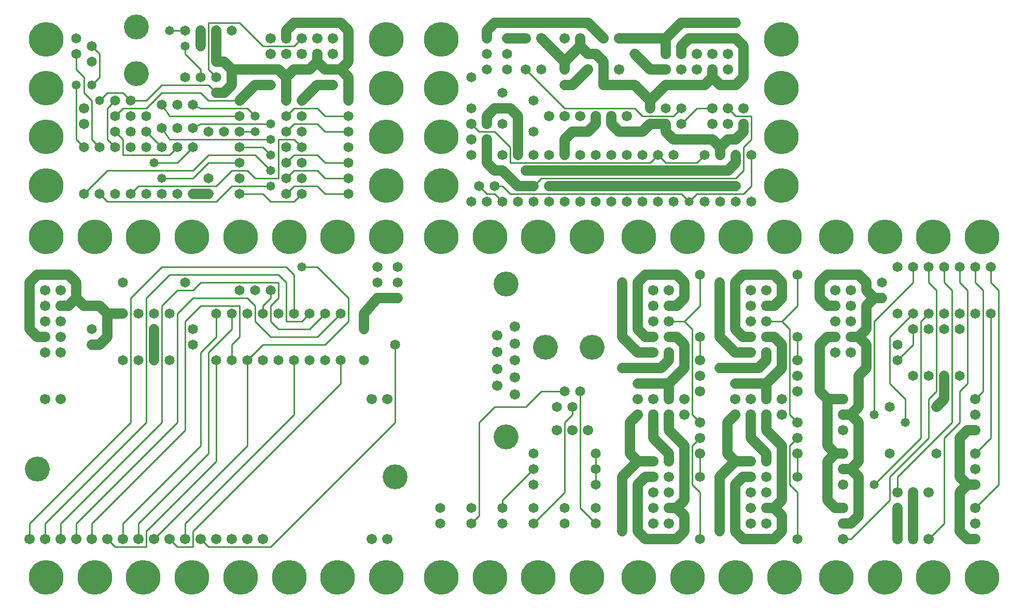
<source format=gtl>
%MOIN*%
%FSLAX25Y25*%
G04 D10 used for Character Trace; *
G04     Circle (OD=.01000) (No hole)*
G04 D11 used for Power Trace; *
G04     Circle (OD=.06500) (No hole)*
G04 D12 used for Signal Trace; *
G04     Circle (OD=.01100) (No hole)*
G04 D13 used for Via; *
G04     Circle (OD=.05800) (Round. Hole ID=.02800)*
G04 D14 used for Component hole; *
G04     Circle (OD=.06500) (Round. Hole ID=.03500)*
G04 D15 used for Component hole; *
G04     Circle (OD=.06700) (Round. Hole ID=.04300)*
G04 D16 used for Component hole; *
G04     Circle (OD=.08100) (Round. Hole ID=.05100)*
G04 D17 used for Component hole; *
G04     Circle (OD=.08900) (Round. Hole ID=.05900)*
G04 D18 used for Component hole; *
G04     Circle (OD=.11300) (Round. Hole ID=.08300)*
G04 D19 used for Component hole; *
G04     Circle (OD=.16000) (Round. Hole ID=.13000)*
G04 D20 used for Component hole; *
G04     Circle (OD=.18300) (Round. Hole ID=.15300)*
G04 D21 used for Component hole; *
G04     Circle (OD=.22291) (Round. Hole ID=.19291)*
%ADD10C,.01000*%
%ADD11C,.06500*%
%ADD12C,.01100*%
%ADD13C,.05800*%
%ADD14C,.06500*%
%ADD15C,.06700*%
%ADD16C,.08100*%
%ADD17C,.08900*%
%ADD18C,.11300*%
%ADD19C,.16000*%
%ADD20C,.18300*%
%ADD21C,.22291*%
%IPPOS*%
%LPD*%
G90*X0Y0D02*D21*X15625Y15625D03*D15*              
X35000Y40000D03*D12*Y50000D01*X100000Y115000D01*  
Y185000D01*X110000Y195000D01*X145000D01*          
X150000Y190000D01*Y180000D01*X160000Y170000D01*   
X190000D01*X205000Y185000D01*D14*D03*D12*         
X195000Y165000D02*X210000Y180000D01*              
X155000Y165000D02*X195000D01*X145000Y155000D02*   
X155000Y165000D01*D14*X145000Y155000D03*D12*      
Y100000D01*X85000Y40000D01*D15*D03*D12*           
X80000Y35000D02*Y45000D01*X60000Y35000D02*        
X80000D01*X60000D02*X55000Y40000D01*D15*D03*D12*  
X65000D02*Y50000D01*D15*Y40000D03*D12*X75000D02*  
Y50000D01*D15*Y40000D03*D12*X80000Y45000D02*      
X125000Y90000D01*Y155000D01*D14*D03*D12*          
X120000Y95000D02*Y160000D01*X75000Y50000D02*      
X120000Y95000D01*X65000Y50000D02*                 
X115000Y100000D01*Y160000D01*X125000Y170000D01*   
Y185000D01*D14*D03*D12*X120000Y160000D02*         
X135000Y175000D01*D14*X110000Y165000D03*D12*      
X135000Y175000D02*Y185000D01*D14*D03*D12*         
X140000Y170000D02*Y190000D01*X135000Y165000D02*   
X140000Y170000D01*X135000Y155000D02*Y165000D01*   
D14*Y155000D03*X155000D03*D12*X165000Y175000D02*  
X160000Y180000D01*X165000Y175000D02*X185000D01*   
X195000Y185000D01*D14*D03*X185000D03*D12*         
X180000Y180000D01*X170000D01*Y205000D01*          
X165000Y210000D01*X95000D01*X80000Y195000D01*     
Y115000D01*X15000Y50000D01*Y40000D01*D15*D03*D12* 
X25000D02*Y50000D01*D15*Y40000D03*D12*Y50000D02*  
X90000Y115000D01*Y190000D01*X100000Y200000D01*    
X110000D01*X115000Y205000D01*X165000D01*          
Y195000D01*X160000Y190000D01*Y180000D01*D14*      
X165000Y185000D03*X155000D03*D12*Y190000D01*      
X160000Y195000D01*Y200000D01*D14*D03*X150000D03*  
X175000Y185000D03*D12*Y210000D01*                 
X170000Y215000D01*X90000D01*X70000Y195000D01*     
Y115000D01*X5000Y50000D01*Y40000D01*D15*D03*D21*  
X46875Y15625D03*D15*X45000Y40000D03*D12*Y50000D01*
X105000Y110000D01*Y180000D01*X115000Y190000D01*   
X140000D01*D14*X145000Y185000D03*                 
X140000Y200000D03*X110000Y175000D03*              
X175000Y155000D03*D12*Y120000D01*X105000Y50000D01*
Y40000D01*D15*D03*D12*X100000Y35000D02*X110000D01*
X100000D02*X95000Y40000D01*D15*D03*D12*           
X110000Y35000D02*Y45000D01*X205000Y140000D01*     
Y155000D01*D14*D03*X195000D03*X220000D03*         
Y175000D03*D11*Y185000D01*X228500Y195000D01*D14*  
D03*D11*X241500D01*D14*D03*X228500Y205000D03*     
X241500D03*Y215000D03*X228500D03*D12*             
X210000Y180000D02*Y195000D01*X190000Y215000D01*   
X180000D01*D13*D03*D21*X171875Y234375D03*         
X203125D03*X140625D03*X234375D03*D14*             
X240000Y165000D03*D12*Y115000D01*X160000Y35000D01*
X120000D01*X115000Y40000D01*D15*D03*X125000D03*   
X135000D03*D21*X140625Y15625D03*X109375D03*D15*   
X145000Y40000D03*D21*X78125Y15625D03*D15*         
X155000Y40000D03*D21*X171875Y15625D03*D15*        
X25000Y130000D03*D21*X203125Y15625D03*D15*        
X15000Y130000D03*D19*X10000Y85000D03*D15*         
X225000Y40000D03*Y130000D03*D14*X185000Y155000D03*
X165000D03*X95000D03*X85000D03*D11*Y175000D01*D13*
D03*D14*X95000Y185000D03*X75000D03*X85000D03*     
X65000Y155000D03*Y185000D03*D11*X55000D01*        
Y170000D01*X50000Y165000D01*X45000D01*D14*D03*    
Y175000D03*D15*X25000Y180000D03*D11*              
X55000Y185000D02*X50000Y190000D01*X40000D01*      
X35000Y195000D01*X30000Y190000D01*X25000D01*D15*  
D03*X15000Y200000D03*Y180000D03*X25000Y200000D03* 
X15000Y190000D03*D11*X35000Y195000D02*Y205000D01* 
X30000Y210000D01*X10000D01*X5000Y205000D01*       
Y175000D01*X10000Y170000D01*X15000D01*D15*D03*    
X25000Y160000D03*Y170000D03*X15000Y160000D03*D14* 
X65000Y205000D03*X75000Y155000D03*D21*            
X78125Y234375D03*X46875D03*X15625D03*D14*         
X105000Y205000D03*D21*X109375Y234375D03*          
X234375Y15625D03*D15*X235000Y40000D03*Y130000D03* 
D19*X240000Y80000D03*G90*X0Y2000D02*D12*          
X160000Y257000D02*X175000D01*X155000Y262000D02*   
X160000Y257000D01*X140000Y262000D02*X155000D01*   
D14*X140000D03*D12*X125000Y257000D02*             
X135000Y267000D01*X55000Y257000D02*X125000D01*    
X50000Y262000D02*X55000Y257000D01*D14*            
X50000Y262000D03*X60000D03*X40000D03*D12*         
X55000Y277000D01*X110000D01*X120000Y287000D01*    
X150000D01*X160000Y277000D01*D13*D03*D12*         
X150000Y272000D02*X165000D01*X145000Y277000D02*   
X150000Y272000D01*X135000Y277000D02*X145000D01*   
X125000Y267000D02*X135000Y277000D01*              
X75000Y267000D02*X125000D01*X70000Y262000D02*     
X75000Y267000D01*D14*X70000Y262000D03*X80000D03*  
D13*X85000Y282000D03*D12*X100000D01*              
X110000Y292000D01*D14*D03*D12*Y272000D02*         
X120000Y282000D01*X90000Y272000D02*X110000D01*D13*
X90000D03*D14*X100000Y262000D03*X90000D03*D12*    
X65000Y287000D02*X95000D01*X65000Y297000D02*      
Y287000D01*X60000Y302000D02*X65000Y297000D01*D14* 
X60000Y302000D03*D12*X55000Y317000D02*Y297000D01* 
Y317000D02*X60000Y322000D01*D14*D03*D12*          
Y312000D02*X65000Y317000D01*D14*X60000Y312000D03* 
D12*X65000Y317000D02*X80000D01*X90000Y327000D01*  
X115000D01*X120000Y322000D01*X140000D01*D14*D03*  
D11*X150000Y332000D01*X160000D01*D14*D03*         
X170000Y322000D03*D11*Y332000D01*D14*D03*D11*     
Y337000D01*X165000Y342000D01*X135000D01*          
X130000Y347000D01*X125000D01*D13*D03*D11*         
Y367000D01*D14*D03*D12*X120000Y372000D02*         
Y342000D01*X125000Y337000D01*D14*D03*D12*         
X90000Y332000D02*X120000D01*X80000Y322000D02*     
X90000Y332000D01*X70000Y322000D02*X80000D01*D14*  
X70000D03*D12*X65000Y327000D01*X55000D01*         
X50000Y322000D01*D13*D03*D12*X40000Y327000D02*    
X45000Y322000D01*X40000Y337000D02*Y327000D01*     
X35000Y342000D02*X40000Y337000D01*                
X35000Y352000D02*Y342000D01*D14*Y352000D03*       
X45000Y347000D03*X35000Y362000D03*                
X45000Y357000D03*D12*X50000Y352000D01*Y337000D01* 
X45000Y332000D01*D13*D03*X35000D03*D12*Y297000D01*
X40000Y292000D01*D14*D03*D12*X45000Y322000D02*    
Y297000D01*D15*X40000Y317000D03*Y307000D03*D14*   
X70000Y302000D03*Y312000D03*D12*X45000Y297000D02* 
X50000Y292000D01*D14*D03*D12*X55000Y297000D02*    
X60000Y292000D01*D14*D03*X70000D03*               
X80000Y312000D03*Y292000D03*Y302000D03*D12*       
X90000Y292000D01*D14*D03*D12*X95000Y287000D02*    
X100000Y292000D01*D14*D03*D12*X90000Y304500D02*   
X95000Y297000D01*D14*X90000Y304500D03*D12*        
X95000Y297000D02*X160000D01*D13*D03*D12*          
X140000Y292000D02*X155000D01*D14*X140000D03*D13*  
X150000Y302000D03*D12*X140000D01*D14*D03*D13*     
X150000Y312000D03*D12*X145000Y317000D01*          
X115000D01*X110000Y319500D01*D14*D03*X100000D03*  
D12*X110000Y304500D02*X115000Y307000D01*D14*      
X110000Y304500D03*D12*X115000Y307000D02*          
X160000D01*D13*D03*D14*X170000Y302000D03*D12*     
X175000Y307000D01*X190000D01*X195000Y302000D01*   
X210000D01*D14*D03*Y312000D03*D12*X195000D01*     
X190000Y317000D01*X175000D01*X170000Y312000D01*   
D14*D03*X180000Y302000D03*Y322000D03*D11*         
X190000Y332000D01*X200000D01*D14*D03*             
X210000Y322000D03*D11*Y332000D01*D14*D03*D11*     
Y337000D01*X205000Y342000D01*X195000D01*          
X190000Y347000D01*X185000Y342000D01*X175000D01*   
X170000Y337000D01*D15*X180000Y352000D03*          
X170000D03*X160000D03*D12*X155000Y357000D02*      
X175000D01*X140000Y372000D02*X155000Y357000D01*   
X120000Y372000D02*X140000D01*D14*                 
X115000Y367000D03*D11*Y357000D01*D13*D03*D14*     
X105000Y367000D03*D12*X95000D01*D13*D03*          
X105000Y357000D03*D12*Y352000D01*                 
X115000Y342000D01*Y337000D01*D14*D03*D12*         
X120000Y332000D02*X125000Y327000D01*D13*D03*D11*  
X130000D01*X135000Y332000D01*Y337000D01*D14*D03*  
D11*Y342000D01*D14*Y367000D03*D15*                
X160000Y362000D03*D14*X105000Y337000D03*          
X140000Y312000D03*D12*X95000D01*X90000Y319500D01* 
D14*D03*X100000Y304500D03*D19*X73500Y339500D03*   
D14*X120000Y302000D03*D12*Y282000D02*X140000D01*  
D14*D03*Y272000D03*D12*X135000Y267000D02*         
X160000D01*D13*D03*D12*X165000Y297000D02*         
Y272000D01*Y297000D02*X175000D01*                 
X180000Y292000D01*D14*D03*D12*X170000Y282000D02*  
X175000Y287000D01*D14*X170000Y282000D03*D12*      
Y272000D02*X175000Y277000D01*D14*                 
X170000Y272000D03*D12*Y262000D02*                 
X175000Y267000D01*D14*X170000Y262000D03*D12*      
X175000Y257000D02*X180000Y262000D01*D14*D03*D12*  
X175000Y267000D02*X190000D01*X195000Y262000D01*   
X210000D01*D14*D03*Y272000D03*D12*X195000D01*     
X190000Y277000D01*X175000D01*D14*                 
X180000Y272000D03*Y282000D03*D12*                 
X175000Y287000D02*X190000D01*X195000Y282000D01*   
X210000D01*D14*D03*Y292000D03*D21*                
X234375Y267625D03*Y298875D03*D14*                 
X180000Y312000D03*X170000Y292000D03*D21*          
X234375Y330125D03*D13*X160000Y287000D03*D12*      
X155000Y292000D01*D14*X130000Y302000D03*          
X120000Y272000D03*Y262000D03*D11*X110000D01*D14*  
D03*D11*X190000Y352000D02*Y347000D01*D15*         
Y352000D03*X200000Y362000D03*X180000D03*D12*      
X175000Y357000D01*D15*X170000Y362000D03*D11*      
Y367000D01*X175000Y372000D01*X205000D01*          
X210000Y367000D01*Y347000D01*X205000Y342000D01*   
D15*X200000Y352000D03*X190000Y362000D03*D21*      
X234375Y361375D03*D19*X73500Y369500D03*D21*       
X15625Y361375D03*Y330125D03*Y298875D03*Y267625D03*
G90*X4000Y0D02*X269625Y15625D03*D14*              
X269000Y50000D03*Y60000D03*D21*X269625Y234375D03* 
D14*X289000Y50000D03*D12*X294000Y55000D01*        
Y115000D01*X304000Y125000D01*X324000D01*          
X334000Y135000D01*X349000D01*D14*D03*             
X344000Y125000D03*X359000Y135000D03*D12*Y60000D01*
X369000Y50000D01*D14*D03*Y60000D03*D12*           
X329000Y50000D02*X349000Y70000D01*D14*            
X329000Y50000D03*Y60000D03*D12*X349000Y70000D02*  
Y115000D01*X354000Y120000D01*Y125000D01*D14*D03*  
D15*X344000Y110000D03*X354000D03*X364000D03*D14*  
X329000Y95000D03*X369000D03*D12*Y85000D01*D14*D03*
D12*Y75000D01*D14*D03*X349000Y60000D03*Y50000D03* 
X329000Y85000D03*D12*X309000Y65000D01*Y60000D01*  
D14*D03*Y50000D03*X289000Y60000D03*               
X329000Y75000D03*D21*X300875Y15625D03*D19*        
X311400Y105800D03*D21*X332125Y15625D03*X363375D03*
D15*X317100Y133200D03*X305800Y138700D03*          
X317100Y144100D03*X305800Y149600D03*              
X317100Y155000D03*X305800Y160400D03*D19*          
X366500Y163500D03*X336500D03*D15*                 
X317100Y165900D03*X305800Y171300D03*              
X317100Y176800D03*D19*X311400Y204200D03*D21*      
X363375Y234375D03*X332125D03*X300875D03*G90*      
X4000Y2000D02*X269625Y267625D03*D14*              
X289000Y287000D03*Y257000D03*X294000Y267000D03*   
D12*X299000Y262000D01*X304000D01*                 
X309000Y257000D01*D14*D03*D12*Y267000D02*         
X314000Y262000D01*X304000Y267000D02*X309000D01*   
D14*X304000D03*D12*X314000Y262000D02*X424000D01*  
X429000Y257000D01*D13*D03*D12*X434000Y262000D01*  
X464000D01*X469000Y267000D01*Y287000D01*D14*D03*  
D12*X464000Y292000D02*Y277000D01*                 
X459000Y272000D01*X334000D01*X329000Y267000D01*   
D13*D03*D11*X319000D01*X309000Y277000D01*         
X304000D01*X299000Y282000D01*Y287000D01*D14*D03*  
D11*Y297000D01*D15*D03*D12*X294000Y302000D02*     
X304000D01*X289000Y307000D02*X294000Y302000D01*   
D15*X289000Y307000D03*X299000D03*D11*Y312000D01*  
X304000Y317000D01*X309000D01*D14*D03*D11*         
X314000D01*X319000Y312000D01*Y287000D01*D14*D03*  
D12*X304000Y302000D02*X314000Y292000D01*D14*      
X309000Y307000D03*D12*X314000Y292000D02*          
Y282000D01*X404000D01*X409000Y287000D01*D14*D03*  
D12*X414000Y282000D01*X434000D01*                 
X439000Y287000D01*D14*D03*X429000Y277000D03*D11*  
X349000D01*D13*D03*D11*X324000D01*D13*D03*D14*    
X329000Y287000D03*D13*X339000Y267000D03*D11*      
X374000D01*D13*D03*D11*X429000D01*D14*D03*D11*    
X459000D01*D13*D03*D14*X469000Y257000D03*         
X449000D03*X459000D03*D11*X429000Y277000D02*      
X454000D01*D14*X419000Y287000D03*                 
X409000Y257000D03*D11*X419000Y297000D02*          
X444000D01*X414000Y302000D02*X419000Y297000D01*   
X414000Y307000D02*Y302000D01*D14*Y307000D03*D11*  
X404000D01*D14*D03*D11*X399000Y302000D01*         
X384000D01*X379000Y307000D01*Y312000D01*D15*D03*  
X389000D03*X369000D03*D11*Y307000D01*             
X364000Y302000D01*X354000D01*X349000Y297000D01*   
Y287000D01*D14*D03*X359000D03*X339000D03*         
X329000Y302000D03*X369000Y287000D03*D15*          
X359000Y312000D03*X349000D03*X339000D03*D14*      
X379000Y257000D03*X319000D03*X329000D03*          
X339000D03*X379000Y287000D03*D12*                 
X324000Y342000D02*X349000Y317000D01*D14*          
X324000Y342000D03*X334000D03*X309000Y327000D03*   
X312000Y352000D03*Y342000D03*D15*                 
X334000Y362000D03*D11*X349000Y347000D01*          
Y342000D01*D14*D03*D11*Y347000D02*                
X359000Y357000D01*Y362000D01*D15*D03*D11*         
Y357000D02*X364000Y352000D01*X369000D01*          
X374000Y347000D01*Y332000D01*D15*D03*D11*         
X394000D01*X404000Y322000D01*Y317000D01*D14*D03*  
D12*X394000D02*X399000Y312000D01*                 
X349000Y317000D02*X394000D01*D11*                 
X349000Y332000D02*X354000D01*D14*X349000D03*D11*  
X354000D02*X364000Y342000D01*D15*D03*             
X384000Y362000D03*D11*X414000D01*Y352000D01*D15*  
D03*X424000Y342000D03*D11*X394000Y352000D02*      
X404000Y342000D01*D13*X394000Y352000D03*D11*      
X404000Y342000D02*X414000D01*D15*D03*             
X424000Y352000D03*D11*Y357000D01*                 
X429000Y362000D01*X459000D01*X464000Y357000D01*   
Y337000D01*X459000Y332000D01*X449000D01*          
X444000Y337000D01*X439000Y332000D01*X414000D01*   
X404000Y322000D01*D14*X414000Y317000D03*D12*      
X399000Y312000D02*X419000D01*X424000Y317000D01*   
D14*D03*D12*Y307000D02*X434000Y317000D01*D14*     
X424000Y307000D03*D12*X434000Y317000D02*          
X444000D01*D15*D03*X454000Y307000D03*Y317000D03*  
D12*X459000Y312000D01*X469000D01*Y297000D01*      
X464000Y292000D01*D11*X454000Y297000D02*          
X459000D01*X449000Y292000D02*X454000Y297000D01*   
X444000D02*X449000Y292000D01*Y287000D01*D14*D03*  
D11*X459000Y297000D02*X464000Y302000D01*          
Y307000D01*D15*D03*Y317000D03*D14*                
X459000Y287000D03*D11*Y282000D01*                 
X454000Y277000D01*D14*X439000Y257000D03*D15*      
X444000Y307000D03*D21*X488375Y267625D03*          
Y298875D03*D14*X419000Y257000D03*D21*             
X488375Y330125D03*D14*X399000Y287000D03*          
Y257000D03*D11*X444000Y342000D02*Y337000D01*D15*  
Y342000D03*X454000Y352000D03*X434000D03*          
X454000Y342000D03*X444000Y352000D03*              
X434000Y342000D03*D11*X414000Y362000D02*          
X424000Y372000D01*X459000D01*D13*D03*D21*         
X488375Y361375D03*D15*X384000Y342000D03*D14*      
X389000Y287000D03*D15*X374000Y362000D03*D11*      
X364000Y372000D01*X304000D01*X299000Y367000D01*   
Y362000D01*D14*D03*X312000D03*D11*X324000D01*D15* 
D03*X349000D03*D14*X299000Y352000D03*Y342000D03*  
X289000Y337000D03*X329000Y322000D03*              
X289000Y317000D03*D21*X269625Y361375D03*          
Y330125D03*Y298875D03*D15*X289000Y297000D03*D14*  
X309000Y287000D03*X299000Y257000D03*X349000D03*   
X359000D03*X369000D03*X389000D03*G90*X1000Y0D02*  
D13*X386000Y45000D03*D11*Y80000D01*               
X396000Y90000D01*X406000D01*D15*D03*              
X416000Y80000D03*D11*X396000Y75000D02*            
X401000Y80000D01*X396000Y45000D02*Y75000D01*      
X401000Y40000D02*X396000Y45000D01*                
X401000Y40000D02*X421000D01*X426000Y45000D01*     
Y55000D01*X421000Y60000D01*X416000D01*D15*D03*D11*
X421000D02*X426000Y65000D01*Y100000D01*           
X416000Y110000D01*Y120000D01*D15*D03*             
X426000Y130000D03*X406000D03*X426000Y120000D03*   
X416000Y130000D03*D11*Y140000D01*X396000D01*D13*  
D03*X386000Y150000D03*D11*X411000D01*             
X416000Y155000D01*Y160000D01*D15*D03*D11*         
Y140000D02*X426000Y150000D01*Y165000D01*          
X421000Y170000D01*X416000D01*D15*D03*D12*         
X431000Y175000D02*X426000Y180000D01*              
X431000Y120000D02*Y175000D01*X436000Y115000D02*   
X431000Y120000D01*D15*X436000Y115000D03*          
Y105000D03*D12*X431000Y100000D01*Y75000D01*       
X436000Y70000D01*Y40000D01*D14*D03*D15*           
X416000Y50000D03*D21*X427875Y15625D03*D15*        
X406000Y70000D03*Y60000D03*Y50000D03*             
X416000Y70000D03*D14*X436000Y80000D03*D12*        
Y95000D01*D15*D03*D11*X416000Y90000D02*Y95000D01* 
D15*Y90000D03*D11*Y95000D02*X406000Y105000D01*    
Y120000D01*D15*D03*X396000Y130000D03*Y120000D03*  
D11*X391000Y115000D01*Y95000D01*X396000Y90000D01* 
D15*X406000Y80000D03*D11*X401000D01*D15*          
X436000Y135000D03*Y145000D03*D21*X396625Y15625D03*
D15*X436000Y155000D03*D12*Y170000D01*D14*D03*D12* 
X416000Y180000D02*X426000D01*D15*X416000D03*      
X406000Y190000D03*Y170000D03*D11*X401000D01*      
X396000Y175000D01*Y205000D01*X401000Y210000D01*   
X421000D01*X426000Y205000D01*Y195000D01*          
X421000Y190000D01*X416000D01*D15*D03*D12*         
X426000Y180000D02*X436000Y190000D01*Y210000D01*   
D14*D03*D15*X416000Y200000D03*D21*                
X427875Y234375D03*D15*X406000Y180000D03*          
Y200000D03*D21*X396625Y234375D03*D11*             
X396000Y160000D02*X406000D01*D15*D03*D11*         
X396000D02*X386000Y170000D01*Y205000D01*D13*D03*  
G90*X3500Y0D02*X448500Y45000D03*D11*Y80000D01*    
X458500Y90000D01*X468500D01*D15*D03*              
X478500Y80000D03*D11*X458500Y75000D02*            
X463500Y80000D01*X458500Y45000D02*Y75000D01*      
X463500Y40000D02*X458500Y45000D01*                
X463500Y40000D02*X483500D01*X488500Y45000D01*     
Y55000D01*X483500Y60000D01*X478500D01*D15*D03*D11*
X483500D02*X488500Y65000D01*Y100000D01*           
X478500Y110000D01*Y120000D01*D15*D03*             
X488500Y130000D03*X468500D03*X488500Y120000D03*   
X478500Y130000D03*D11*Y140000D01*X458500D01*D13*  
D03*X448500Y150000D03*D11*X473500D01*             
X478500Y155000D01*Y160000D01*D15*D03*D11*         
Y140000D02*X488500Y150000D01*Y165000D01*          
X483500Y170000D01*X478500D01*D15*D03*D12*         
X493500Y175000D02*X488500Y180000D01*              
X493500Y120000D02*Y175000D01*X498500Y115000D02*   
X493500Y120000D01*D15*X498500Y115000D03*          
Y105000D03*D12*X493500Y100000D01*Y75000D01*       
X498500Y70000D01*Y40000D01*D14*D03*D15*           
X478500Y50000D03*D21*X490375Y15625D03*D15*        
X468500Y70000D03*Y60000D03*Y50000D03*             
X478500Y70000D03*D14*X498500Y80000D03*D12*        
Y95000D01*D15*D03*D11*X478500Y90000D02*Y95000D01* 
D15*Y90000D03*D11*Y95000D02*X468500Y105000D01*    
Y120000D01*D15*D03*X458500Y130000D03*Y120000D03*  
D11*X453500Y115000D01*Y95000D01*X458500Y90000D01* 
D15*X468500Y80000D03*D11*X463500D01*D15*          
X498500Y135000D03*Y145000D03*D21*X459125Y15625D03*
D15*X498500Y155000D03*D12*Y170000D01*D14*D03*D12* 
X478500Y180000D02*X488500D01*D15*X478500D03*      
X468500Y190000D03*Y170000D03*D11*X463500D01*      
X458500Y175000D01*Y205000D01*X463500Y210000D01*   
X483500D01*X488500Y205000D01*Y195000D01*          
X483500Y190000D01*X478500D01*D15*D03*D12*         
X488500Y180000D02*X498500Y190000D01*Y210000D01*   
D14*D03*D15*X478500Y200000D03*D21*                
X490375Y234375D03*D15*X468500Y180000D03*          
Y200000D03*D21*X459125Y234375D03*D11*             
X458500Y160000D02*X468500D01*D15*D03*D11*         
X458500D02*X448500Y170000D01*Y205000D01*D13*D03*  
G90*X3000Y0D02*D11*X518000Y130000D02*             
X513000Y135000D01*X518000Y100000D02*Y130000D01*   
X523000Y95000D02*X518000Y100000D01*Y90000D02*     
X523000Y95000D01*X518000Y65000D02*Y90000D01*      
X523000Y60000D02*X518000Y65000D01*                
X523000Y60000D02*X528000D01*D15*D03*D11*          
X533000Y50000D02*X538000Y55000D01*                
X528000Y50000D02*X533000D01*D15*X528000D03*       
Y40000D03*D12*X533000D01*X558000Y65000D01*        
Y80000D01*X583000Y105000D01*Y130000D01*           
X588000Y135000D01*Y200000D01*X583000Y205000D01*   
Y215000D01*D14*D03*D12*X598000Y200000D02*         
X593000Y205000D01*X598000Y115000D02*Y200000D01*   
X563000Y80000D02*X598000Y115000D01*               
X563000Y70000D02*Y80000D01*D15*Y70000D03*         
X573000D03*D11*Y40000D01*D15*D03*X583000D03*D12*  
X593000Y50000D01*Y105000D01*X603000Y115000D01*    
Y135000D01*X608000Y140000D01*Y200000D01*          
X603000Y205000D01*Y215000D01*D14*D03*D12*         
X618000Y200000D02*X613000Y205000D01*              
X618000Y135000D02*Y200000D01*X613000Y130000D02*   
X618000Y135000D01*D15*X613000Y130000D03*          
Y120000D03*D14*X603000Y145000D03*X593000D03*D11*  
Y130000D01*X588000Y125000D01*D14*D03*D11*         
X603000Y105000D02*X608000Y110000D01*              
X603000Y80000D02*Y105000D01*X608000Y75000D02*     
X603000Y80000D01*Y70000D02*X608000Y75000D01*      
X603000Y45000D02*Y70000D01*X608000Y40000D02*      
X603000Y45000D01*X608000Y40000D02*X613000D01*D15* 
D03*Y50000D03*Y60000D03*D12*X628000Y75000D01*     
Y200000D01*X623000Y205000D01*Y215000D01*D14*D03*  
D12*X613000Y205000D02*Y215000D01*D14*D03*D21*     
X617375Y234375D03*D14*X593000Y215000D03*D12*      
Y205000D01*D14*X613000Y185000D03*X573000D03*D12*  
X558000Y170000D01*Y140000D01*X568000Y130000D01*   
Y115000D01*D13*D03*D12*X548000Y75000D02*          
X578000Y105000D01*D13*X548000Y75000D03*D11*       
X538000Y55000D02*Y80000D01*D15*X528000Y75000D03*  
X563000Y40000D03*D11*Y60000D01*D13*D03*D15*       
X583000Y70000D03*D11*X538000Y80000D02*            
X533000Y85000D01*X528000D01*D15*D03*D11*          
X533000D02*X538000Y90000D01*Y115000D01*           
X533000Y120000D01*X528000D01*D15*D03*D11*         
X533000D02*X538000Y125000D01*Y145000D01*          
X543000Y150000D01*Y165000D01*X538000Y170000D01*   
X533000D01*D15*D03*D11*X538000D02*                
X543000Y175000D01*Y190000D01*X548000Y195000D01*   
X553000D01*D14*D03*D11*X548000D02*                
X543000Y200000D01*Y205000D01*X538000Y210000D01*   
X518000D01*X513000Y205000D01*Y195000D01*          
X518000Y190000D01*X523000D01*D15*D03*             
X533000Y180000D03*Y200000D03*Y190000D03*          
X523000Y200000D03*Y180000D03*D11*                 
X513000Y165000D02*X518000Y170000D01*              
X513000Y135000D02*Y165000D01*X518000Y130000D02*   
X528000D01*D15*D03*D13*X548000Y120000D03*D12*     
Y180000D01*X573000Y205000D01*Y215000D01*D14*D03*  
X563000D03*D21*X554875Y234375D03*X586125D03*D14*  
X553000Y205000D03*X603000Y185000D03*X563000D03*   
X583000D03*D12*X578000Y180000D01*Y105000D01*D14*  
X588000Y95000D03*X558000Y125000D03*Y95000D03*D11* 
X608000Y75000D02*X613000D01*D15*D03*Y85000D03*    
Y95000D03*D12*X623000Y105000D01*Y185000D01*D14*   
D03*X603000Y175000D03*X593000Y185000D03*          
Y175000D03*X583000Y145000D03*Y175000D03*          
X573000D03*D12*Y165000D01*X563000Y155000D01*D14*  
D03*X573000Y145000D03*X563000Y165000D03*D15*      
X533000Y160000D03*X523000Y170000D03*D11*          
X518000D01*D15*X523000Y160000D03*                 
X528000Y110000D03*D21*X523625Y234375D03*D11*      
X523000Y95000D02*X528000D01*D15*D03*D21*          
X523625Y15625D03*D11*X608000Y110000D02*X613000D01*
D15*D03*D21*X554875Y15625D03*X586125D03*          
X617375D03*M02*                                   

</source>
